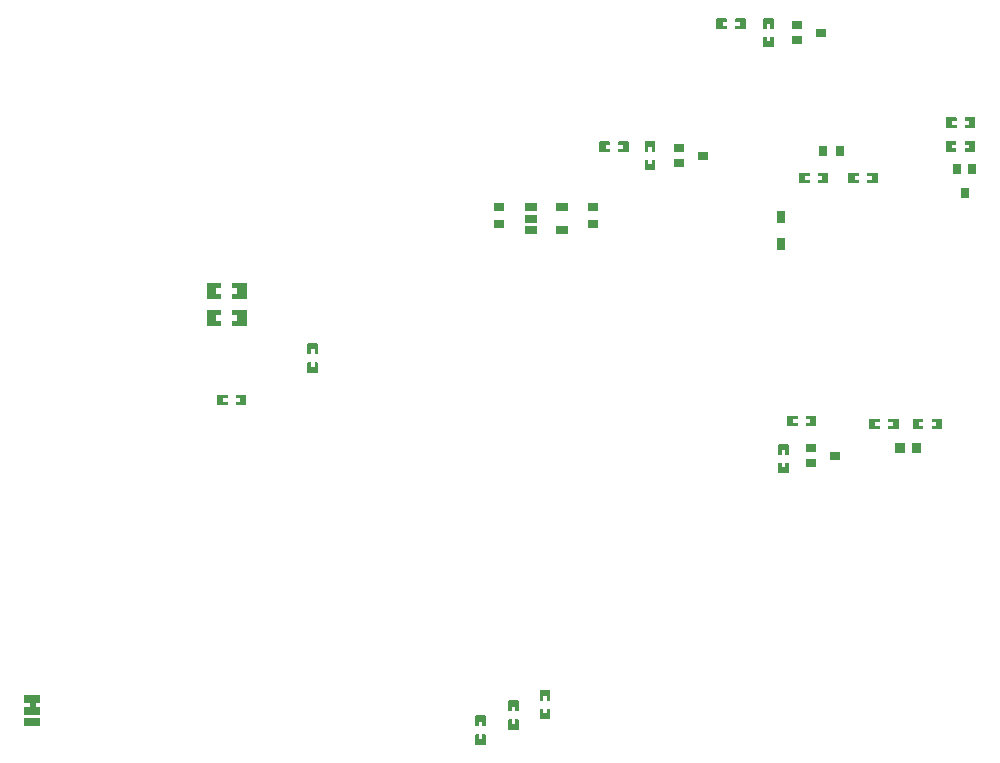
<source format=gtp>
G04 Layer: TopPasteMaskLayer*
G04 EasyEDA v6.4.25, 2021-11-15T20:25:19--5:00*
G04 f133b9dff01e4a4db271285c1a4d3a4a,c6d70c2b7c21449b8329efc8d1611fca,10*
G04 Gerber Generator version 0.2*
G04 Scale: 100 percent, Rotated: No, Reflected: No *
G04 Dimensions in inches *
G04 leading zeros omitted , absolute positions ,3 integer and 6 decimal *
%FSLAX36Y36*%
%MOIN*%

%ADD10C,0.0100*%
%ADD17R,0.0295X0.0394*%
%ADD18R,0.0551X0.0276*%
%ADD19R,0.0354X0.0315*%
%ADD20R,0.0354X0.0276*%
%ADD21R,0.0276X0.0354*%
%ADD24R,0.0394X0.0256*%
%ADD25R,0.0315X0.0354*%

%LPD*%
G36*
X5000560Y1797720D02*
G01*
X4998580Y1795740D01*
X4998580Y1786780D01*
X5013140Y1786780D01*
X5013140Y1773779D01*
X4998580Y1773779D01*
X4998580Y1764259D01*
X5000560Y1762280D01*
X5032040Y1762280D01*
X5034020Y1764259D01*
X5034020Y1795740D01*
X5032040Y1797720D01*
G37*
G36*
X4937960Y1797720D02*
G01*
X4935980Y1795740D01*
X4935980Y1764259D01*
X4937960Y1762280D01*
X4969060Y1762280D01*
X4971020Y1764259D01*
X4971020Y1773779D01*
X4956060Y1773779D01*
X4956060Y1786780D01*
X4971020Y1786780D01*
X4971020Y1795740D01*
X4969060Y1797720D01*
G37*
G36*
X2617960Y1877720D02*
G01*
X2615980Y1875740D01*
X2615980Y1844259D01*
X2617960Y1842280D01*
X2649440Y1842280D01*
X2651420Y1844259D01*
X2651420Y1853220D01*
X2636860Y1853220D01*
X2636860Y1866220D01*
X2651420Y1866220D01*
X2651420Y1875740D01*
X2649440Y1877720D01*
G37*
G36*
X2680940Y1877720D02*
G01*
X2678980Y1875740D01*
X2678980Y1866220D01*
X2693940Y1866220D01*
X2693940Y1853220D01*
X2678980Y1853220D01*
X2678980Y1844259D01*
X2680940Y1842280D01*
X2712040Y1842280D01*
X2714020Y1844259D01*
X2714020Y1875740D01*
X2712040Y1877720D01*
G37*
G36*
X2919260Y1986420D02*
G01*
X2917280Y1984440D01*
X2917280Y1952960D01*
X2919260Y1950980D01*
X2950740Y1950980D01*
X2952720Y1952960D01*
X2952720Y1984440D01*
X2950740Y1986420D01*
X2941780Y1986420D01*
X2941780Y1971840D01*
X2928780Y1971840D01*
X2928780Y1986420D01*
G37*
G36*
X2919260Y2049019D02*
G01*
X2917280Y2047040D01*
X2917280Y2015940D01*
X2919260Y2013980D01*
X2928780Y2013980D01*
X2928780Y2028940D01*
X2941780Y2028940D01*
X2941780Y2013980D01*
X2950740Y2013980D01*
X2952720Y2015940D01*
X2952720Y2047040D01*
X2950740Y2049019D01*
G37*
G36*
X4855560Y1797720D02*
G01*
X4853580Y1795740D01*
X4853580Y1786780D01*
X4868140Y1786780D01*
X4868140Y1773779D01*
X4853580Y1773779D01*
X4853580Y1764259D01*
X4855560Y1762280D01*
X4887040Y1762280D01*
X4889020Y1764259D01*
X4889020Y1795740D01*
X4887040Y1797720D01*
G37*
G36*
X4792960Y1797720D02*
G01*
X4790980Y1795740D01*
X4790980Y1764259D01*
X4792960Y1762280D01*
X4824060Y1762280D01*
X4826020Y1764259D01*
X4826020Y1773779D01*
X4811060Y1773779D01*
X4811060Y1786780D01*
X4826020Y1786780D01*
X4826020Y1795740D01*
X4824060Y1797720D01*
G37*
G36*
X4722960Y2617720D02*
G01*
X4720980Y2615740D01*
X4720980Y2584260D01*
X4722960Y2582280D01*
X4754440Y2582280D01*
X4756420Y2584260D01*
X4756420Y2593220D01*
X4741860Y2593220D01*
X4741860Y2606220D01*
X4756420Y2606220D01*
X4756420Y2615740D01*
X4754440Y2617720D01*
G37*
G36*
X4785940Y2617720D02*
G01*
X4783980Y2615740D01*
X4783980Y2606220D01*
X4798940Y2606220D01*
X4798940Y2593220D01*
X4783980Y2593220D01*
X4783980Y2584260D01*
X4785940Y2582280D01*
X4817040Y2582280D01*
X4819020Y2584260D01*
X4819020Y2615740D01*
X4817040Y2617720D01*
G37*
G36*
X4557960Y2617720D02*
G01*
X4555980Y2615740D01*
X4555980Y2584260D01*
X4557960Y2582280D01*
X4589440Y2582280D01*
X4591420Y2584260D01*
X4591420Y2593220D01*
X4576860Y2593220D01*
X4576860Y2606220D01*
X4591420Y2606220D01*
X4591420Y2615740D01*
X4589440Y2617720D01*
G37*
G36*
X4620940Y2617720D02*
G01*
X4618980Y2615740D01*
X4618980Y2606220D01*
X4633940Y2606220D01*
X4633940Y2593220D01*
X4618980Y2593220D01*
X4618980Y2584260D01*
X4620940Y2582280D01*
X4652040Y2582280D01*
X4654020Y2584260D01*
X4654020Y2615740D01*
X4652040Y2617720D01*
G37*
G36*
X4517960Y1807720D02*
G01*
X4515980Y1805740D01*
X4515980Y1774259D01*
X4517960Y1772280D01*
X4549440Y1772280D01*
X4551420Y1774259D01*
X4551420Y1783220D01*
X4536860Y1783220D01*
X4536860Y1796220D01*
X4551420Y1796220D01*
X4551420Y1805740D01*
X4549440Y1807720D01*
G37*
G36*
X4580940Y1807720D02*
G01*
X4578980Y1805740D01*
X4578980Y1796220D01*
X4593940Y1796220D01*
X4593940Y1783220D01*
X4578980Y1783220D01*
X4578980Y1774259D01*
X4580940Y1772280D01*
X4612040Y1772280D01*
X4614020Y1774259D01*
X4614020Y1805740D01*
X4612040Y1807720D01*
G37*
G36*
X5047960Y2802720D02*
G01*
X5045980Y2800740D01*
X5045980Y2769260D01*
X5047960Y2767280D01*
X5079440Y2767280D01*
X5081420Y2769260D01*
X5081420Y2778220D01*
X5066860Y2778220D01*
X5066860Y2791220D01*
X5081420Y2791220D01*
X5081420Y2800740D01*
X5079440Y2802720D01*
G37*
G36*
X5110940Y2802720D02*
G01*
X5108980Y2800740D01*
X5108980Y2791220D01*
X5123940Y2791220D01*
X5123940Y2778220D01*
X5108980Y2778220D01*
X5108980Y2769260D01*
X5110940Y2767280D01*
X5142039Y2767280D01*
X5144020Y2769260D01*
X5144020Y2800740D01*
X5142039Y2802720D01*
G37*
G36*
X3892960Y2722720D02*
G01*
X3890980Y2720740D01*
X3890980Y2689260D01*
X3892960Y2687280D01*
X3924440Y2687280D01*
X3926420Y2689260D01*
X3926420Y2698220D01*
X3911860Y2698220D01*
X3911860Y2711220D01*
X3926420Y2711220D01*
X3926420Y2720740D01*
X3924440Y2722720D01*
G37*
G36*
X3955940Y2722720D02*
G01*
X3953980Y2720740D01*
X3953980Y2711220D01*
X3968940Y2711220D01*
X3968940Y2698220D01*
X3953980Y2698220D01*
X3953980Y2689260D01*
X3955940Y2687280D01*
X3987040Y2687280D01*
X3989020Y2689260D01*
X3989020Y2720740D01*
X3987040Y2722720D01*
G37*
G36*
X4282960Y3132720D02*
G01*
X4280980Y3130740D01*
X4280980Y3099260D01*
X4282960Y3097280D01*
X4314440Y3097280D01*
X4316420Y3099260D01*
X4316420Y3108220D01*
X4301860Y3108220D01*
X4301860Y3121220D01*
X4316420Y3121220D01*
X4316420Y3130740D01*
X4314440Y3132720D01*
G37*
G36*
X4345940Y3132720D02*
G01*
X4343980Y3130740D01*
X4343980Y3121220D01*
X4358940Y3121220D01*
X4358940Y3108220D01*
X4343980Y3108220D01*
X4343980Y3099260D01*
X4345940Y3097280D01*
X4377040Y3097280D01*
X4379020Y3099260D01*
X4379020Y3130740D01*
X4377040Y3132720D01*
G37*
G36*
X4489260Y1714019D02*
G01*
X4487280Y1712040D01*
X4487280Y1680560D01*
X4489260Y1678580D01*
X4498220Y1678580D01*
X4498220Y1693160D01*
X4511220Y1693160D01*
X4511220Y1678580D01*
X4520740Y1678580D01*
X4522720Y1680560D01*
X4522720Y1712040D01*
X4520740Y1714019D01*
G37*
G36*
X4489260Y1651020D02*
G01*
X4487280Y1649060D01*
X4487280Y1617960D01*
X4489260Y1615980D01*
X4520740Y1615980D01*
X4522720Y1617960D01*
X4522720Y1649060D01*
X4520740Y1651020D01*
X4511220Y1651020D01*
X4511220Y1636060D01*
X4498220Y1636060D01*
X4498220Y1651020D01*
G37*
G36*
X5110560Y2722720D02*
G01*
X5108580Y2720740D01*
X5108580Y2711780D01*
X5123140Y2711780D01*
X5123140Y2698780D01*
X5108580Y2698780D01*
X5108580Y2689260D01*
X5110560Y2687280D01*
X5142039Y2687280D01*
X5144020Y2689260D01*
X5144020Y2720740D01*
X5142039Y2722720D01*
G37*
G36*
X5047960Y2722720D02*
G01*
X5045980Y2720740D01*
X5045980Y2689260D01*
X5047960Y2687280D01*
X5079060Y2687280D01*
X5081020Y2689260D01*
X5081020Y2698780D01*
X5066060Y2698780D01*
X5066060Y2711780D01*
X5081020Y2711780D01*
X5081020Y2720740D01*
X5079060Y2722720D01*
G37*
G36*
X4044260Y2724020D02*
G01*
X4042280Y2722040D01*
X4042280Y2690560D01*
X4044260Y2688580D01*
X4053220Y2688580D01*
X4053220Y2703159D01*
X4066220Y2703159D01*
X4066220Y2688580D01*
X4075740Y2688580D01*
X4077720Y2690560D01*
X4077720Y2722040D01*
X4075740Y2724020D01*
G37*
G36*
X4044260Y2661019D02*
G01*
X4042280Y2659060D01*
X4042280Y2627960D01*
X4044260Y2625980D01*
X4075740Y2625980D01*
X4077720Y2627960D01*
X4077720Y2659060D01*
X4075740Y2661019D01*
X4066220Y2661019D01*
X4066220Y2646060D01*
X4053220Y2646060D01*
X4053220Y2661019D01*
G37*
G36*
X4439260Y3134020D02*
G01*
X4437280Y3132040D01*
X4437280Y3100560D01*
X4439260Y3098580D01*
X4448220Y3098580D01*
X4448220Y3113159D01*
X4461220Y3113159D01*
X4461220Y3098580D01*
X4470740Y3098580D01*
X4472720Y3100560D01*
X4472720Y3132040D01*
X4470740Y3134020D01*
G37*
G36*
X4439260Y3071019D02*
G01*
X4437280Y3069060D01*
X4437280Y3037960D01*
X4439260Y3035980D01*
X4470740Y3035980D01*
X4472720Y3037960D01*
X4472720Y3069060D01*
X4470740Y3071019D01*
X4461220Y3071019D01*
X4461220Y3056060D01*
X4448220Y3056060D01*
X4448220Y3071019D01*
G37*
G36*
X2668700Y2161380D02*
G01*
X2666740Y2159400D01*
X2666920Y2142880D01*
X2684260Y2142880D01*
X2684260Y2125160D01*
X2666540Y2125160D01*
X2666740Y2109020D01*
X2668700Y2107040D01*
X2713980Y2107040D01*
X2715940Y2109020D01*
X2715940Y2159400D01*
X2713980Y2161380D01*
G37*
G36*
X2584060Y2161380D02*
G01*
X2582080Y2159400D01*
X2582080Y2109020D01*
X2584060Y2107040D01*
X2629340Y2107040D01*
X2631300Y2109020D01*
X2631100Y2125160D01*
X2613780Y2125160D01*
X2613780Y2142880D01*
X2631300Y2142880D01*
X2631300Y2159400D01*
X2629340Y2161380D01*
G37*
G36*
X2668700Y2251380D02*
G01*
X2666740Y2249400D01*
X2666920Y2232880D01*
X2684260Y2232880D01*
X2684260Y2215160D01*
X2666540Y2215160D01*
X2666740Y2199020D01*
X2668700Y2197040D01*
X2713980Y2197040D01*
X2715940Y2199020D01*
X2715940Y2249400D01*
X2713980Y2251380D01*
G37*
G36*
X2584060Y2251380D02*
G01*
X2582080Y2249400D01*
X2582080Y2199020D01*
X2584060Y2197040D01*
X2629340Y2197040D01*
X2631300Y2199020D01*
X2631100Y2215160D01*
X2613780Y2215160D01*
X2613780Y2232880D01*
X2631300Y2232880D01*
X2631300Y2249400D01*
X2629340Y2251380D01*
G37*
G36*
X3694260Y894020D02*
G01*
X3692280Y892039D01*
X3692280Y860560D01*
X3694260Y858580D01*
X3703220Y858580D01*
X3703220Y873160D01*
X3716220Y873160D01*
X3716220Y858580D01*
X3725740Y858580D01*
X3727720Y860560D01*
X3727720Y892039D01*
X3725740Y894020D01*
G37*
G36*
X3694260Y831020D02*
G01*
X3692280Y829060D01*
X3692280Y797960D01*
X3694260Y795980D01*
X3725740Y795980D01*
X3727720Y797960D01*
X3727720Y829060D01*
X3725740Y831020D01*
X3716220Y831020D01*
X3716220Y816060D01*
X3703220Y816060D01*
X3703220Y831020D01*
G37*
G36*
X3589260Y859020D02*
G01*
X3587280Y857039D01*
X3587280Y825560D01*
X3589260Y823580D01*
X3598220Y823580D01*
X3598220Y838160D01*
X3611220Y838160D01*
X3611220Y823580D01*
X3620740Y823580D01*
X3622720Y825560D01*
X3622720Y857039D01*
X3620740Y859020D01*
G37*
G36*
X3589260Y796020D02*
G01*
X3587280Y794060D01*
X3587280Y762960D01*
X3589260Y760980D01*
X3620740Y760980D01*
X3622720Y762960D01*
X3622720Y794060D01*
X3620740Y796020D01*
X3611220Y796020D01*
X3611220Y781060D01*
X3598220Y781060D01*
X3598220Y796020D01*
G37*
G36*
X3479260Y809020D02*
G01*
X3477280Y807039D01*
X3477280Y775560D01*
X3479260Y773580D01*
X3488220Y773580D01*
X3488220Y788160D01*
X3501220Y788160D01*
X3501220Y773580D01*
X3510740Y773580D01*
X3512720Y775560D01*
X3512720Y807039D01*
X3510740Y809020D01*
G37*
G36*
X3479260Y746020D02*
G01*
X3477280Y744060D01*
X3477280Y712960D01*
X3479260Y710980D01*
X3510740Y710980D01*
X3512720Y712960D01*
X3512720Y744060D01*
X3510740Y746020D01*
X3501220Y746020D01*
X3501220Y731060D01*
X3488220Y731060D01*
X3488220Y746020D01*
G37*
D10*
X2005118Y816338D02*
G01*
X2005118Y873031D01*
X1995276Y873031D01*
X1995276Y816338D01*
X2005118Y816338D01*
D17*
G01*
X4495000Y2378840D03*
G01*
X4495000Y2471160D03*
D18*
G01*
X2000000Y864369D03*
G01*
X1999989Y824989D03*
G01*
X1999989Y785619D03*
D19*
G01*
X3870000Y2502559D03*
G01*
X3870000Y2447440D03*
G01*
X3555000Y2502559D03*
G01*
X3555000Y2447440D03*
D20*
G01*
X4595000Y1700999D03*
G01*
X4595000Y1649000D03*
G01*
X4675000Y1675000D03*
G01*
X4550000Y3110999D03*
G01*
X4550000Y3059000D03*
G01*
X4630000Y3085000D03*
D21*
G01*
X5134290Y2630000D03*
G01*
X5082290Y2630000D03*
G01*
X5108289Y2550000D03*
D20*
G01*
X4155000Y2700999D03*
G01*
X4155000Y2649000D03*
G01*
X4235000Y2675000D03*
D24*
G01*
X3663819Y2502399D03*
G01*
X3663819Y2465000D03*
G01*
X3663819Y2427600D03*
G01*
X3766180Y2427600D03*
G01*
X3766180Y2502399D03*
D25*
G01*
X4637439Y2690000D03*
G01*
X4692560Y2690000D03*
G36*
X4931810Y1717716D02*
G01*
X4963307Y1717716D01*
X4963307Y1682283D01*
X4931810Y1682283D01*
G37*
G36*
X4876692Y1717716D02*
G01*
X4908189Y1717716D01*
X4908189Y1682283D01*
X4876692Y1682283D01*
G37*
M02*

</source>
